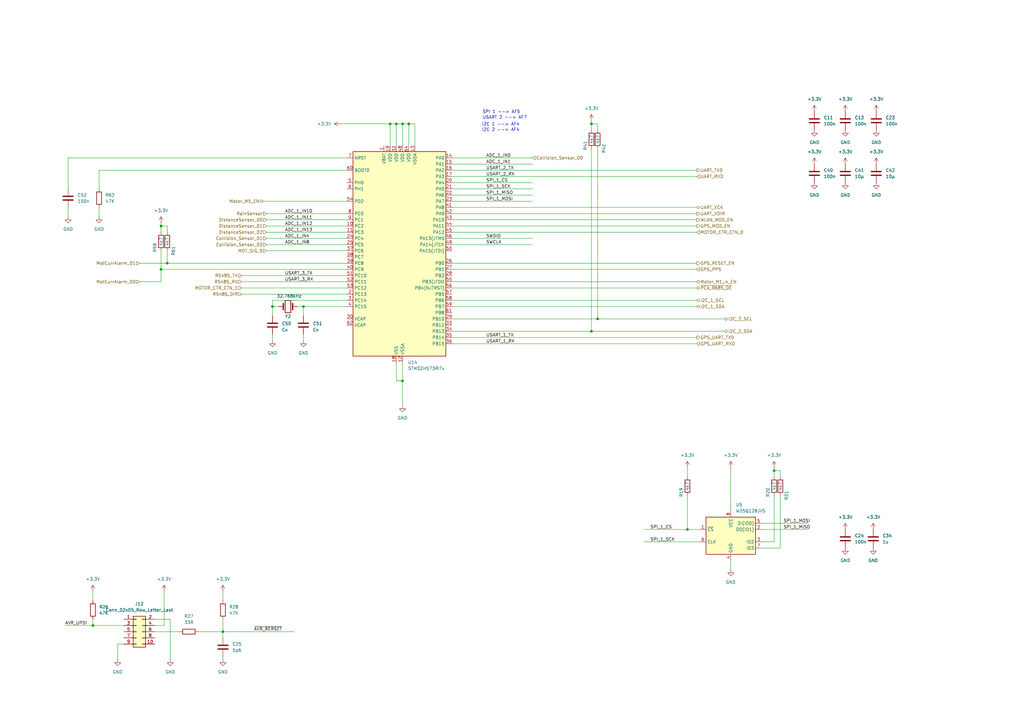
<source format=kicad_sch>
(kicad_sch (version 20231120) (generator "eeschema") (generator_version "8.0")
  (paper "A3")
  (lib_symbols
    (symbol "Connector_Generic:Conn_02x05_Odd_Even" (pin_names (offset 1.016) hide)
      (property "Reference" "J" (at 1.27 7.62 0))
      (property "Value" "Conn_02x05_Odd_Even" (at 1.27 -7.62 0))
      (symbol "Conn_02x05_Odd_Even_1_1"
        (rectangle (start -1.27 -4.953) (end 0 -5.207) (stroke (width 0.1524)))
        (rectangle (start -1.27 -2.413) (end 0 -2.667) (stroke (width 0.1524)))
        (rectangle (start -1.27 0.127) (end 0 -0.127) (stroke (width 0.1524)))
        (rectangle (start -1.27 2.667) (end 0 2.413) (stroke (width 0.1524)))
        (rectangle (start -1.27 5.207) (end 0 4.953) (stroke (width 0.1524)))
        (rectangle (start -1.27 6.35) (end 3.81 -6.35) (stroke (width 0.254)) (fill (type background)))
        (rectangle (start 3.81 -4.953) (end 2.54 -5.207) (stroke (width 0.1524)))
        (rectangle (start 3.81 -2.413) (end 2.54 -2.667) (stroke (width 0.1524)))
        (rectangle (start 3.81 0.127) (end 2.54 -0.127) (stroke (width 0.1524)))
        (rectangle (start 3.81 2.667) (end 2.54 2.413) (stroke (width 0.1524)))
        (rectangle (start 3.81 5.207) (end 2.54 4.953) (stroke (width 0.1524)))
        (pin passive line (at -5.08 5.08 0) (length 3.81) (name "Pin_1") (number "1"))
        (pin passive line (at 7.62 -5.08 180) (length 3.81) (name "Pin_10") (number "10"))
        (pin passive line (at 7.62 5.08 180) (length 3.81) (name "Pin_2") (number "2"))
        (pin passive line (at -5.08 2.54 0) (length 3.81) (name "Pin_3") (number "3"))
        (pin passive line (at 7.62 2.54 180) (length 3.81) (name "Pin_4") (number "4"))
        (pin passive line (at -5.08 0 0) (length 3.81) (name "Pin_5") (number "5"))
        (pin passive line (at 7.62 0 180) (length 3.81) (name "Pin_6") (number "6"))
        (pin passive line (at -5.08 -2.54 0) (length 3.81) (name "Pin_7") (number "7"))
        (pin passive line (at 7.62 -2.54 180) (length 3.81) (name "Pin_8") (number "8"))
        (pin passive line (at -5.08 -5.08 0) (length 3.81) (name "Pin_9") (number "9"))
      )
    )
    (symbol "Device:C" (pin_numbers hide) (pin_names (offset 0.254))
      (property "Reference" "C" (at 0.635 2.54 0))
      (property "Value" "C" (at 0.635 -2.54 0))
      (symbol "C_0_1"
        (polyline (pts (xy -2.032 -0.762) (xy 2.032 -0.762)) (stroke (width 0.508)))
        (polyline (pts (xy -2.032 0.762) (xy 2.032 0.762)) (stroke (width 0.508)))
      )
      (symbol "C_1_1"
        (pin passive line (at 0 3.81 270) (length 2.794) (name "~") (number "1"))
        (pin passive line (at 0 -3.81 90) (length 2.794) (name "~") (number "2"))
      )
    )
    (symbol "Device:Crystal" (pin_numbers hide) (pin_names (offset 1.016) hide)
      (property "Reference" "Y" (at 0 3.81 0))
      (property "Value" "Crystal" (at 0 -3.81 0))
      (symbol "Crystal_0_1"
        (rectangle (start -1.143 2.54) (end 1.143 -2.54) (stroke (width 0.3048)))
        (polyline (pts (xy -2.54 0) (xy -1.905 0)))
        (polyline (pts (xy -1.905 -1.27) (xy -1.905 1.27)) (stroke (width 0.508)))
        (polyline (pts (xy 1.905 -1.27) (xy 1.905 1.27)) (stroke (width 0.508)))
        (polyline (pts (xy 2.54 0) (xy 1.905 0)))
      )
      (symbol "Crystal_1_1"
        (pin passive line (at -3.81 0 0) (length 1.27) (name "1") (number "1"))
        (pin passive line (at 3.81 0 180) (length 1.27) (name "2") (number "2"))
      )
    )
    (symbol "Device:R" (pin_numbers hide) (pin_names (offset 0))
      (property "Reference" "R" (at 2.032 0 90))
      (property "Value" "R" (at 0 0 90))
      (symbol "R_0_1"
        (rectangle (start -1.016 -2.54) (end 1.016 2.54) (stroke (width 0.254)))
      )
      (symbol "R_1_1"
        (pin passive line (at 0 3.81 270) (length 1.27) (name "~") (number "1"))
        (pin passive line (at 0 -3.81 90) (length 1.27) (name "~") (number "2"))
      )
    )
    (symbol "MCU_ST_STM32H5:STM32H573RITx"
      (property "Reference" "U" (at -17.78 44.45 0))
      (property "Value" "STM32H573RITx" (at 10.16 44.45 0))
      (symbol "STM32H573RITx_0_1"
        (rectangle (start -17.78 -40.64) (end 20.32 43.18) (stroke (width 0.254)) (fill (type background)))
      )
      (symbol "STM32H573RITx_1_1"
        (pin power_in line (at -5.08 45.72 270) (length 2.54) (name "VBAT") (number "1"))
        (pin bidirectional line (at -20.32 12.7 0) (length 2.54) (name "PC2") (number "10"))
        (pin bidirectional line (at -20.32 10.16 0) (length 2.54) (name "PC3") (number "11"))
        (pin power_in line (at 2.54 -43.18 90) (length 2.54) (name "VSSA") (number "12"))
        (pin power_in line (at 7.62 45.72 270) (length 2.54) (name "VDDA") (number "13"))
        (pin bidirectional line (at 22.86 40.64 180) (length 2.54) (name "PA0") (number "14"))
        (pin bidirectional line (at 22.86 38.1 180) (length 2.54) (name "PA1") (number "15"))
        (pin bidirectional line (at 22.86 35.56 180) (length 2.54) (name "PA2") (number "16"))
        (pin bidirectional line (at 22.86 33.02 180) (length 2.54) (name "PA3") (number "17"))
        (pin power_in line (at 0 -43.18 90) (length 2.54) (name "VSS") (number "18"))
        (pin power_in line (at -2.54 45.72 270) (length 2.54) (name "VDD") (number "19"))
        (pin bidirectional line (at -20.32 -15.24 0) (length 2.54) (name "PC13") (number "2"))
        (pin bidirectional line (at 22.86 30.48 180) (length 2.54) (name "PA4") (number "20"))
        (pin bidirectional line (at 22.86 27.94 180) (length 2.54) (name "PA5") (number "21"))
        (pin bidirectional line (at 22.86 25.4 180) (length 2.54) (name "PA6") (number "22"))
        (pin bidirectional line (at 22.86 22.86 180) (length 2.54) (name "PA7") (number "23"))
        (pin bidirectional line (at -20.32 7.62 0) (length 2.54) (name "PC4") (number "24"))
        (pin bidirectional line (at -20.32 5.08 0) (length 2.54) (name "PC5") (number "25"))
        (pin bidirectional line (at 22.86 -2.54 180) (length 2.54) (name "PB0") (number "26"))
        (pin bidirectional line (at 22.86 -5.08 180) (length 2.54) (name "PB1") (number "27"))
        (pin bidirectional line (at 22.86 -7.62 180) (length 2.54) (name "PB2") (number "28"))
        (pin bidirectional line (at 22.86 -25.4 180) (length 2.54) (name "PB10") (number "29"))
        (pin bidirectional line (at -20.32 -17.78 0) (length 2.54) (name "PC14") (number "3"))
        (pin power_out line (at -20.32 -25.4 0) (length 2.54) (name "VCAP") (number "30"))
        (pin passive line (at 0 -43.18 90) (length 2.54) hide (name "VSS") (number "31"))
        (pin power_in line (at 0 45.72 270) (length 2.54) (name "VDD") (number "32"))
        (pin bidirectional line (at 22.86 -27.94 180) (length 2.54) (name "PB12") (number "33"))
        (pin bidirectional line (at 22.86 -30.48 180) (length 2.54) (name "PB13") (number "34"))
        (pin bidirectional line (at 22.86 -33.02 180) (length 2.54) (name "PB14") (number "35"))
        (pin bidirectional line (at 22.86 -35.56 180) (length 2.54) (name "PB15") (number "36"))
        (pin bidirectional line (at -20.32 2.54 0) (length 2.54) (name "PC6") (number "37"))
        (pin bidirectional line (at -20.32 0 0) (length 2.54) (name "PC7") (number "38"))
        (pin bidirectional line (at -20.32 -2.54 0) (length 2.54) (name "PC8") (number "39"))
        (pin bidirectional line (at -20.32 -20.32 0) (length 2.54) (name "PC15") (number "4"))
        (pin bidirectional line (at -20.32 -5.08 0) (length 2.54) (name "PC9") (number "40"))
        (pin bidirectional line (at 22.86 20.32 180) (length 2.54) (name "PA8") (number "41"))
        (pin bidirectional line (at 22.86 17.78 180) (length 2.54) (name "PA9") (number "42"))
        (pin bidirectional line (at 22.86 15.24 180) (length 2.54) (name "PA10") (number "43"))
        (pin bidirectional line (at 22.86 12.7 180) (length 2.54) (name "PA11") (number "44"))
        (pin bidirectional line (at 22.86 10.16 180) (length 2.54) (name "PA12") (number "45"))
        (pin bidirectional line (at 22.86 7.62 180) (length 2.54) (name "PA13(JTMS") (number "46"))
        (pin passive line (at 0 -43.18 90) (length 2.54) hide (name "VSS") (number "47"))
        (pin power_in line (at 2.54 45.72 270) (length 2.54) (name "VDD") (number "48"))
        (pin bidirectional line (at 22.86 5.08 180) (length 2.54) (name "PA14(JTCK") (number "49"))
        (pin bidirectional line (at -20.32 30.48 0) (length 2.54) (name "PH0") (number "5"))
        (pin bidirectional line (at 22.86 2.54 180) (length 2.54) (name "PA15(JTDI)") (number "50"))
        (pin bidirectional line (at -20.32 -7.62 0) (length 2.54) (name "PC10") (number "51"))
        (pin bidirectional line (at -20.32 -10.16 0) (length 2.54) (name "PC11") (number "52"))
        (pin bidirectional line (at -20.32 -12.7 0) (length 2.54) (name "PC12") (number "53"))
        (pin bidirectional line (at -20.32 22.86 0) (length 2.54) (name "PD2") (number "54"))
        (pin bidirectional line (at 22.86 -10.16 180) (length 2.54) (name "PB3(JTDO") (number "55"))
        (pin bidirectional line (at 22.86 -12.7 180) (length 2.54) (name "PB4(NJTRST)") (number "56"))
        (pin bidirectional line (at 22.86 -15.24 180) (length 2.54) (name "PB5") (number "57"))
        (pin bidirectional line (at 22.86 -17.78 180) (length 2.54) (name "PB6") (number "58"))
        (pin bidirectional line (at 22.86 -20.32 180) (length 2.54) (name "PB7") (number "59"))
        (pin bidirectional line (at -20.32 27.94 0) (length 2.54) (name "PH1") (number "6"))
        (pin input line (at -20.32 35.56 0) (length 2.54) (name "BOOT0") (number "60"))
        (pin bidirectional line (at 22.86 -22.86 180) (length 2.54) (name "PB8") (number "61"))
        (pin power_out line (at -20.32 -27.94 0) (length 2.54) (name "VCAP") (number "62"))
        (pin passive line (at 0 -43.18 90) (length 2.54) hide (name "VSS") (number "63"))
        (pin power_in line (at 5.08 45.72 270) (length 2.54) (name "VDD") (number "64"))
        (pin input line (at -20.32 40.64 0) (length 2.54) (name "NRST") (number "7"))
        (pin bidirectional line (at -20.32 17.78 0) (length 2.54) (name "PC0") (number "8"))
        (pin bidirectional line (at -20.32 15.24 0) (length 2.54) (name "PC1") (number "9"))
      )
    )
    (symbol "Memory_Flash:W25Q128JVS"
      (property "Reference" "U" (at -8.89 8.89 0))
      (property "Value" "W25Q128JVS" (at 7.62 8.89 0))
      (symbol "W25Q128JVS_0_1"
        (rectangle (start -10.16 7.62) (end 10.16 -7.62) (stroke (width 0.254)) (fill (type background)))
      )
      (symbol "W25Q128JVS_1_1"
        (pin input line (at -12.7 2.54 0) (length 2.54) (name "~{CS}") (number "1"))
        (pin bidirectional line (at 12.7 2.54 180) (length 2.54) (name "DO(IO1)") (number "2"))
        (pin bidirectional line (at 12.7 -2.54 180) (length 2.54) (name "IO2") (number "3"))
        (pin power_in line (at 0 -10.16 90) (length 2.54) (name "GND") (number "4"))
        (pin bidirectional line (at 12.7 5.08 180) (length 2.54) (name "DI(IO0)") (number "5"))
        (pin input line (at -12.7 -2.54 0) (length 2.54) (name "CLK") (number "6"))
        (pin bidirectional line (at 12.7 -5.08 180) (length 2.54) (name "IO3") (number "7"))
        (pin power_in line (at 0 10.16 270) (length 2.54) (name "VCC") (number "8"))
      )
    )
    (symbol "power:+3.3V" (power) (pin_names (offset 0))
      (property "Value" "+3.3V" (at 0 3.556 0))
      (symbol "+3.3V_0_1"
        (polyline (pts (xy -0.762 1.27) (xy 0 2.54)))
        (polyline (pts (xy 0 0) (xy 0 2.54)))
        (polyline (pts (xy 0 2.54) (xy 0.762 1.27)))
      )
      (symbol "+3.3V_1_1"
        (pin power_in line (at 0 0 90) (length 0) hide (name "+3.3V") (number "1"))
      )
    )
    (symbol "power:GND" (power) (pin_names (offset 0))
      (property "Value" "GND" (at 0 -3.81 0))
      (symbol "GND_0_1"
        (polyline (pts (xy 0 0) (xy 0 -1.27) (xy 1.27 -1.27) (xy 0 -2.54) (xy -1.27 -1.27) (xy 0 -1.27)))
      )
      (symbol "GND_1_1"
        (pin power_in line (at 0 0 270) (length 0) hide (name "GND") (number "1"))
      )
    )
  )
  (junction (at 242.57 135.89))
  (junction (at 111.76 125.73))
  (junction (at 242.57 50.8))
  (junction (at 91.44 259.08))
  (junction (at 38.1 256.54))
  (junction (at 167.64 50.8))
  (junction (at 66.04 92.71))
  (junction (at 165.1 156.21))
  (junction (at 68.58 107.95))
  (junction (at 162.56 50.8))
  (junction (at 66.04 110.49))
  (junction (at 124.46 125.73))
  (junction (at 165.1 50.8))
  (junction (at 281.94 217.17))
  (junction (at 317.5 193.04))
  (junction (at 245.11 130.81))
  (junction (at 160.02 50.8))
  (wire (pts (xy 81.28 259.08) (xy 91.44 259.08)))
  (wire (pts (xy 111.76 123.19) (xy 142.24 123.19)))
  (wire (pts (xy 165.1 50.8) (xy 165.1 59.69)))
  (wire (pts (xy 27.94 88.9) (xy 27.94 85.09)))
  (wire (pts (xy 66.04 110.49) (xy 142.24 110.49)))
  (wire (pts (xy 242.57 49.53) (xy 242.57 50.8)))
  (wire (pts (xy 317.5 222.25) (xy 317.5 203.2)))
  (wire (pts (xy 264.16 222.25) (xy 287.02 222.25)))
  (wire (pts (xy 281.94 203.2) (xy 281.94 217.17)))
  (wire (pts (xy 160.02 50.8) (xy 162.56 50.8)))
  (wire (pts (xy 185.42 110.49) (xy 285.75 110.49)))
  (wire (pts (xy 109.22 92.71) (xy 142.24 92.71)))
  (wire (pts (xy 245.11 50.8) (xy 242.57 50.8)))
  (wire (pts (xy 185.42 74.93) (xy 218.44 74.93)))
  (wire (pts (xy 107.95 82.55) (xy 142.24 82.55)))
  (wire (pts (xy 245.11 130.81) (xy 297.18 130.81)))
  (wire (pts (xy 162.56 148.59) (xy 162.56 156.21)))
  (wire (pts (xy 27.94 64.77) (xy 27.94 77.47)))
  (wire (pts (xy 99.06 118.11) (xy 142.24 118.11)))
  (wire (pts (xy 38.1 242.57) (xy 38.1 246.38)))
  (wire (pts (xy 68.58 95.25) (xy 68.58 92.71)))
  (wire (pts (xy 109.22 102.87) (xy 142.24 102.87)))
  (wire (pts (xy 124.46 125.73) (xy 124.46 129.54)))
  (wire (pts (xy 111.76 125.73) (xy 111.76 129.54)))
  (wire (pts (xy 185.42 140.97) (xy 285.75 140.97)))
  (wire (pts (xy 109.22 100.33) (xy 142.24 100.33)))
  (wire (pts (xy 312.42 214.63) (xy 331.47 214.63)))
  (wire (pts (xy 68.58 102.87) (xy 68.58 107.95)))
  (wire (pts (xy 185.42 118.11) (xy 285.75 118.11)))
  (wire (pts (xy 312.42 222.25) (xy 317.5 222.25)))
  (wire (pts (xy 185.42 135.89) (xy 242.57 135.89)))
  (wire (pts (xy 242.57 60.96) (xy 242.57 135.89)))
  (wire (pts (xy 38.1 254) (xy 38.1 256.54)))
  (wire (pts (xy 185.42 130.81) (xy 245.11 130.81)))
  (wire (pts (xy 185.42 123.19) (xy 285.75 123.19)))
  (wire (pts (xy 160.02 50.8) (xy 160.02 59.69)))
  (wire (pts (xy 165.1 156.21) (xy 162.56 156.21)))
  (wire (pts (xy 67.31 242.57) (xy 67.31 256.54)))
  (wire (pts (xy 165.1 50.8) (xy 167.64 50.8)))
  (wire (pts (xy 299.72 233.68) (xy 299.72 229.87)))
  (wire (pts (xy 317.5 193.04) (xy 317.5 195.58)))
  (wire (pts (xy 185.42 67.31) (xy 218.44 67.31)))
  (wire (pts (xy 40.64 69.85) (xy 40.64 77.47)))
  (wire (pts (xy 124.46 139.7) (xy 124.46 137.16)))
  (wire (pts (xy 111.76 139.7) (xy 111.76 137.16)))
  (wire (pts (xy 312.42 217.17) (xy 331.47 217.17)))
  (wire (pts (xy 91.44 270.51) (xy 91.44 269.24)))
  (wire (pts (xy 91.44 242.57) (xy 91.44 246.38)))
  (wire (pts (xy 320.04 224.79) (xy 320.04 203.2)))
  (wire (pts (xy 68.58 107.95) (xy 57.15 107.95)))
  (wire (pts (xy 185.42 87.63) (xy 285.75 87.63)))
  (wire (pts (xy 124.46 125.73) (xy 121.92 125.73)))
  (wire (pts (xy 185.42 85.09) (xy 285.75 85.09)))
  (wire (pts (xy 185.42 97.79) (xy 218.44 97.79)))
  (wire (pts (xy 185.42 82.55) (xy 218.44 82.55)))
  (wire (pts (xy 38.1 256.54) (xy 50.8 256.54)))
  (wire (pts (xy 165.1 148.59) (xy 165.1 156.21)))
  (wire (pts (xy 281.94 191.77) (xy 281.94 195.58)))
  (wire (pts (xy 57.15 115.57) (xy 66.04 115.57)))
  (wire (pts (xy 245.11 53.34) (xy 245.11 50.8)))
  (wire (pts (xy 26.67 256.54) (xy 38.1 256.54)))
  (wire (pts (xy 320.04 195.58) (xy 320.04 193.04)))
  (wire (pts (xy 66.04 91.44) (xy 66.04 92.71)))
  (wire (pts (xy 242.57 50.8) (xy 242.57 53.34)))
  (wire (pts (xy 185.42 77.47) (xy 218.44 77.47)))
  (wire (pts (xy 185.42 64.77) (xy 218.44 64.77)))
  (wire (pts (xy 185.42 125.73) (xy 285.75 125.73)))
  (wire (pts (xy 48.26 264.16) (xy 48.26 270.51)))
  (wire (pts (xy 167.64 50.8) (xy 170.18 50.8)))
  (wire (pts (xy 109.22 97.79) (xy 142.24 97.79)))
  (wire (pts (xy 299.72 191.77) (xy 299.72 209.55)))
  (wire (pts (xy 185.42 72.39) (xy 285.75 72.39)))
  (wire (pts (xy 312.42 224.79) (xy 320.04 224.79)))
  (wire (pts (xy 68.58 107.95) (xy 142.24 107.95)))
  (wire (pts (xy 66.04 102.87) (xy 66.04 110.49)))
  (wire (pts (xy 170.18 59.69) (xy 170.18 50.8)))
  (wire (pts (xy 264.16 217.17) (xy 281.94 217.17)))
  (wire (pts (xy 185.42 95.25) (xy 285.75 95.25)))
  (wire (pts (xy 66.04 92.71) (xy 66.04 95.25)))
  (wire (pts (xy 91.44 259.08) (xy 91.44 261.62)))
  (wire (pts (xy 185.42 100.33) (xy 218.44 100.33)))
  (wire (pts (xy 142.24 64.77) (xy 27.94 64.77)))
  (wire (pts (xy 185.42 107.95) (xy 285.75 107.95)))
  (wire (pts (xy 142.24 69.85) (xy 40.64 69.85)))
  (wire (pts (xy 245.11 60.96) (xy 245.11 130.81)))
  (wire (pts (xy 99.06 120.65) (xy 142.24 120.65)))
  (wire (pts (xy 91.44 254) (xy 91.44 259.08)))
  (wire (pts (xy 99.06 113.03) (xy 142.24 113.03)))
  (wire (pts (xy 185.42 138.43) (xy 285.75 138.43)))
  (wire (pts (xy 139.7 50.8) (xy 160.02 50.8)))
  (wire (pts (xy 162.56 50.8) (xy 162.56 59.69)))
  (wire (pts (xy 50.8 264.16) (xy 48.26 264.16)))
  (wire (pts (xy 109.22 90.17) (xy 142.24 90.17)))
  (wire (pts (xy 63.5 256.54) (xy 67.31 256.54)))
  (wire (pts (xy 63.5 259.08) (xy 73.66 259.08)))
  (wire (pts (xy 185.42 115.57) (xy 285.75 115.57)))
  (wire (pts (xy 162.56 50.8) (xy 165.1 50.8)))
  (wire (pts (xy 242.57 135.89) (xy 297.18 135.89)))
  (wire (pts (xy 63.5 254) (xy 69.85 254)))
  (wire (pts (xy 114.3 125.73) (xy 111.76 125.73)))
  (wire (pts (xy 69.85 254) (xy 69.85 270.51)))
  (wire (pts (xy 99.06 115.57) (xy 142.24 115.57)))
  (wire (pts (xy 109.22 87.63) (xy 142.24 87.63)))
  (wire (pts (xy 185.42 92.71) (xy 285.75 92.71)))
  (wire (pts (xy 281.94 217.17) (xy 287.02 217.17)))
  (wire (pts (xy 320.04 193.04) (xy 317.5 193.04)))
  (wire (pts (xy 317.5 191.77) (xy 317.5 193.04)))
  (wire (pts (xy 91.44 259.08) (xy 120.65 259.08)))
  (wire (pts (xy 165.1 156.21) (xy 165.1 166.37)))
  (wire (pts (xy 109.22 95.25) (xy 142.24 95.25)))
  (wire (pts (xy 167.64 50.8) (xy 167.64 59.69)))
  (wire (pts (xy 66.04 110.49) (xy 66.04 115.57)))
  (wire (pts (xy 40.64 88.9) (xy 40.64 85.09)))
  (wire (pts (xy 68.58 92.71) (xy 66.04 92.71)))
  (wire (pts (xy 111.76 125.73) (xy 111.76 123.19)))
  (wire (pts (xy 185.42 90.17) (xy 285.75 90.17)))
  (wire (pts (xy 142.24 125.73) (xy 124.46 125.73)))
  (wire (pts (xy 185.42 80.01) (xy 218.44 80.01)))
  (wire (pts (xy 185.42 69.85) (xy 285.75 69.85)))
  (text "USART 2 --> AF7" (at 197.866 49.022 0) (effects (font (size 1.27 1.27)) (justify left bottom)))
  (text "I2C 2 --> AF4" (at 197.612 54.102 0) (effects (font (size 1.27 1.27)) (justify left bottom)))
  (text "SPI 1 --> AF5" (at 197.866 46.736 0) (effects (font (size 1.27 1.27)) (justify left bottom)))
  (text "I2C 1 --> AF4" (at 197.612 51.816 0) (effects (font (size 1.27 1.27)) (justify left bottom)))
  (label "USART_3_TX" (at 116.84 113.03 0))
  (label "SPI_1_MOSI" (at 321.31 214.63 0))
  (label "ADC_1_IN12" (at 116.84 92.71 0))
  (label "SPI_1_CS" (at 266.7 217.17 0))
  (label "ADC_1_IN13" (at 116.84 95.25 0))
  (label "SPI_1_SCK" (at 266.7 222.25 0))
  (label "ADC_1_IN8" (at 116.84 100.33 0))
  (label "USART_3_RX" (at 116.84 115.57 0))
  (label "SWCLK" (at 199.39 100.33 0))
  (label "SPI_1_MISO" (at 321.31 217.17 0))
  (label "USART_1_RX" (at 199.39 140.97 0))
  (label "ADC_1_IN11" (at 116.84 90.17 0))
  (label "USART_2_RX" (at 199.39 72.39 0))
  (label "AVR_UPDI" (at 26.67 256.54 0))
  (label "ADC_1_IN0" (at 199.39 64.77 0))
  (label "ADC_1_IN10" (at 116.84 87.63 0))
  (label "SPI_1_CS" (at 199.39 74.93 0))
  (label "SPI_1_SCK" (at 199.39 77.47 0))
  (label "USART_1_TX" (at 199.39 138.43 0))
  (label "~{AVR_RERSET}" (at 104.14 259.08 0))
  (label "SPI_1_MISO" (at 199.39 80.01 0))
  (label "SPI_1_MOSI" (at 199.39 82.55 0))
  (label "USART_2_TX" (at 199.39 69.85 0))
  (label "ADC_1_IN4" (at 116.84 97.79 0))
  (label "ADC_1_IN1" (at 199.39 67.31 0))
  (label "SWDIO" (at 199.39 97.79 0))
  (hierarchical_label "DistanceSensor_02" (shape input) (at 109.22 95.25 180))
  (hierarchical_label "I2C_2_SDA" (shape bidirectional) (at 297.18 135.89 0))
  (hierarchical_label "MOT_SIG_5" (shape input) (at 109.22 102.87 180))
  (hierarchical_label "MOTOR_CTR_CTN_1" (shape input) (at 99.06 118.11 180))
  (hierarchical_label "DistanceSensor_01" (shape input) (at 109.22 92.71 180))
  (hierarchical_label "UART_TXD" (shape output) (at 285.75 69.85 0))
  (hierarchical_label "I2C_1_SDA" (shape bidirectional) (at 285.75 125.73 0))
  (hierarchical_label "RainSensor" (shape input) (at 109.22 87.63 180))
  (hierarchical_label "GPS_PPS" (shape input) (at 285.75 110.49 0))
  (hierarchical_label "I2C_2_SCL" (shape bidirectional) (at 297.18 130.81 0))
  (hierarchical_label "~{PCA_9685_OE}" (shape bidirectional) (at 285.75 118.11 0))
  (hierarchical_label "Collision_Sensor_01" (shape input) (at 109.22 97.79 180))
  (hierarchical_label "Collision_Sensor_02" (shape input) (at 109.22 100.33 180))
  (hierarchical_label "MotCurrAlarm_01" (shape input) (at 57.15 107.95 180))
  (hierarchical_label "Collision_Sensor_00" (shape input) (at 218.44 64.77 0))
  (hierarchical_label "GPS_RESET_EN" (shape output) (at 285.75 107.95 0))
  (hierarchical_label "UART_RXD" (shape input) (at 285.75 72.39 0))
  (hierarchical_label "GPS_UART_TXD" (shape output) (at 285.75 138.43 0))
  (hierarchical_label "Motor_M1..4_EN" (shape bidirectional) (at 285.75 115.57 0))
  (hierarchical_label "RS485_RX" (shape input) (at 99.06 115.57 180))
  (hierarchical_label "RS485_TX" (shape input) (at 99.06 113.03 180))
  (hierarchical_label "GPS_MOD_EN" (shape output) (at 285.75 92.71 0))
  (hierarchical_label "DistanceSensor_00" (shape input) (at 109.22 90.17 180))
  (hierarchical_label "MotCurrAlarm_00" (shape input) (at 57.15 115.57 180))
  (hierarchical_label "UART_XCK" (shape bidirectional) (at 285.75 85.09 0))
  (hierarchical_label "WLAN_MOD_EN" (shape output) (at 285.75 90.17 0))
  (hierarchical_label "GPS_UART_RXD" (shape input) (at 285.75 140.97 0))
  (hierarchical_label "RS485_DIR" (shape input) (at 99.06 120.65 180))
  (hierarchical_label "UART_XDIR" (shape output) (at 285.75 87.63 0))
  (hierarchical_label "I2C_1_SCL" (shape bidirectional) (at 285.75 123.19 0))
  (hierarchical_label "MOTOR_CTR_CTN_0" (shape input) (at 285.75 95.25 0))
  (hierarchical_label "Motor_M5_EN" (shape bidirectional) (at 107.95 82.55 180))
  (symbol (lib_id "power:GND") (at 27.94 88.9 0) (unit 1)
    (property "Reference" "#PWR0196" (effects (hide yes)))
    (property "Value" "GND" (at 27.94 93.98 0))
  )
  (symbol (lib_id "power:+3.3V") (at 334.01 45.72 0) (unit 1)
    (property "Reference" "#PWR0149" (effects (hide yes)))
    (property "Value" "+3.3V" (at 334.01 40.64 0))
  )
  (symbol (lib_id "power:+3.3V") (at 317.5 191.77 0) (unit 1)
    (property "Reference" "#PWR0154" (effects (hide yes)))
    (property "Value" "+3.3V" (at 317.5 186.69 0))
  )
  (symbol (lib_id "Device:C") (at 359.41 71.12 0) (unit 1)
    (property "Reference" "C42" (at 363.22 69.8499 0) (effects (justify left)))
    (property "Value" "10µ" (at 363.22 72.3899 0) (effects (justify left)))
    (property "Footprint" "Capacitor_SMD:C_0603_1608Metric" (effects (hide yes)))
  )
  (symbol (lib_id "Device:R") (at 245.11 57.15 180) (unit 1)
    (property "Reference" "R42" (at 247.65 60.96 90))
    (property "Value" "4k7" (at 245.11 57.15 90))
    (property "Footprint" "Resistor_SMD:R_0603_1608Metric" (effects (hide yes)))
  )
  (symbol (lib_id "power:+3.3V") (at 299.72 191.77 0) (unit 1)
    (property "Reference" "#PWR0155" (effects (hide yes)))
    (property "Value" "+3.3V" (at 299.72 186.69 0))
  )
  (symbol (lib_id "Device:R") (at 66.04 99.06 180) (unit 1)
    (property "Reference" "R59" (at 63.5 101.6 90))
    (property "Value" "4k7" (at 66.04 99.06 90))
    (property "Footprint" "Resistor_SMD:R_0603_1608Metric" (effects (hide yes)))
  )
  (symbol (lib_id "Device:C") (at 359.41 49.53 0) (unit 1)
    (property "Reference" "C23" (at 363.22 48.2599 0) (effects (justify left)))
    (property "Value" "100n" (at 363.22 50.7999 0) (effects (justify left)))
    (property "Footprint" "Capacitor_SMD:C_0603_1608Metric" (effects (hide yes)))
  )
  (symbol (lib_id "power:GND") (at 346.71 224.79 0) (unit 1)
    (property "Reference" "#PWR0158" (effects (hide yes)))
    (property "Value" "GND" (at 346.71 229.87 0))
  )
  (symbol (lib_id "power:GND") (at 359.41 74.93 0) (unit 1)
    (property "Reference" "#PWR065" (effects (hide yes)))
    (property "Value" "GND" (at 359.41 80.01 0))
  )
  (symbol (lib_id "power:GND") (at 299.72 233.68 0) (unit 1)
    (property "Reference" "#PWR0157" (effects (hide yes)))
    (property "Value" "GND" (at 299.72 238.76 0))
  )
  (symbol (lib_id "power:GND") (at 334.01 53.34 0) (unit 1)
    (property "Reference" "#PWR0151" (effects (hide yes)))
    (property "Value" "GND" (at 334.01 58.42 0))
  )
  (symbol (lib_id "Device:C") (at 346.71 71.12 0) (unit 1)
    (property "Reference" "C41" (at 350.52 69.8499 0) (effects (justify left)))
    (property "Value" "10µ" (at 350.52 72.3899 0) (effects (justify left)))
    (property "Footprint" "Capacitor_SMD:C_0603_1608Metric" (effects (hide yes)))
  )
  (symbol (lib_id "power:+3.3V") (at 346.71 67.31 0) (unit 1)
    (property "Reference" "#PWR049" (effects (hide yes)))
    (property "Value" "+3.3V" (at 346.71 62.23 0))
  )
  (symbol (lib_id "power:+3.3V") (at 281.94 191.77 0) (unit 1)
    (property "Reference" "#PWR0156" (effects (hide yes)))
    (property "Value" "+3.3V" (at 281.94 186.69 0))
  )
  (symbol (lib_id "power:GND") (at 111.76 139.7 0) (unit 1)
    (property "Reference" "#PWR0195" (effects (hide yes)))
    (property "Value" "GND" (at 111.76 144.78 0))
  )
  (symbol (lib_id "Device:C") (at 334.01 49.53 0) (unit 1)
    (property "Reference" "C11" (at 337.82 48.2599 0) (effects (justify left)))
    (property "Value" "100n" (at 337.82 50.7999 0) (effects (justify left)))
    (property "Footprint" "Capacitor_SMD:C_0603_1608Metric" (effects (hide yes)))
  )
  (symbol (lib_id "Device:R") (at 242.57 57.15 180) (unit 1)
    (property "Reference" "R41" (at 240.03 59.69 90))
    (property "Value" "4k7" (at 242.57 57.15 90))
    (property "Footprint" "Resistor_SMD:R_0603_1608Metric" (effects (hide yes)))
  )
  (symbol (lib_id "power:+3.3V") (at 66.04 91.44 0) (unit 1)
    (property "Reference" "#PWR01" (effects (hide yes)))
    (property "Value" "+3.3V" (at 66.04 86.36 0))
  )
  (symbol (lib_id "power:GND") (at 48.26 270.51 0) (unit 1)
    (property "Reference" "#PWR042" (effects (hide yes)))
    (property "Value" "GND" (at 48.26 275.59 0))
  )
  (symbol (lib_id "power:+3.3V") (at 359.41 67.31 0) (unit 1)
    (property "Reference" "#PWR052" (effects (hide yes)))
    (property "Value" "+3.3V" (at 359.41 62.23 0))
  )
  (symbol (lib_id "power:GND") (at 91.44 270.51 0) (unit 1)
    (property "Reference" "#PWR046" (effects (hide yes)))
    (property "Value" "GND" (at 91.44 275.59 0))
  )
  (symbol (lib_id "power:GND") (at 334.01 74.93 0) (unit 1)
    (property "Reference" "#PWR040" (effects (hide yes)))
    (property "Value" "GND" (at 334.01 80.01 0))
  )
  (symbol (lib_id "Device:R") (at 281.94 199.39 180) (unit 1)
    (property "Reference" "R19" (at 279.4 201.93 90))
    (property "Value" "4k7" (at 281.94 199.39 90))
    (property "Footprint" "Resistor_SMD:R_0603_1608Metric" (effects (hide yes)))
  )
  (symbol (lib_id "power:GND") (at 358.14 224.79 0) (unit 1)
    (property "Reference" "#PWR0160" (effects (hide yes)))
    (property "Value" "GND" (at 358.14 229.87 0))
  )
  (symbol (lib_id "power:+3.3V") (at 346.71 45.72 0) (unit 1)
    (property "Reference" "#PWR0150" (effects (hide yes)))
    (property "Value" "+3.3V" (at 346.71 40.64 0))
  )
  (symbol (lib_id "Device:R") (at 38.1 250.19 0) (unit 1)
    (property "Reference" "R26" (at 40.64 248.9199 0) (effects (justify left)))
    (property "Value" "47K" (at 40.64 251.4599 0) (effects (justify left)))
    (property "Footprint" "Resistor_SMD:R_0603_1608Metric" (effects (hide yes)))
  )
  (symbol (lib_id "Device:C") (at 124.46 133.35 0) (unit 1)
    (property "Reference" "C51" (at 128.27 132.715 0) (effects (justify left)))
    (property "Value" "Cx" (at 128.27 135.255 0) (effects (justify left)))
    (property "Footprint" "Capacitor_SMD:C_0603_1608Metric" (effects (hide yes)))
  )
  (symbol (lib_id "Device:R") (at 68.58 99.06 180) (unit 1)
    (property "Reference" "R61" (at 71.12 102.87 90))
    (property "Value" "4k7" (at 68.58 99.06 90))
    (property "Footprint" "Resistor_SMD:R_0603_1608Metric" (effects (hide yes)))
  )
  (symbol (lib_id "Device:R") (at 320.04 199.39 180) (unit 1)
    (property "Reference" "R21" (at 322.58 203.2 90))
    (property "Value" "4k7" (at 320.04 199.39 90))
    (property "Footprint" "Resistor_SMD:R_0603_1608Metric" (effects (hide yes)))
  )
  (symbol (lib_id "power:GND") (at 346.71 53.34 0) (unit 1)
    (property "Reference" "#PWR0152" (effects (hide yes)))
    (property "Value" "GND" (at 346.71 58.42 0))
  )
  (symbol (lib_id "Device:R") (at 91.44 250.19 0) (unit 1)
    (property "Reference" "R28" (at 93.98 248.9199 0) (effects (justify left)))
    (property "Value" "47K" (at 93.98 251.4599 0) (effects (justify left)))
    (property "Footprint" "Resistor_SMD:R_0603_1608Metric" (effects (hide yes)))
  )
  (symbol (lib_id "power:GND") (at 124.46 139.7 0) (unit 1)
    (property "Reference" "#PWR0193" (effects (hide yes)))
    (property "Value" "GND" (at 124.46 144.78 0))
  )
  (symbol (lib_id "Device:C") (at 358.14 220.98 0) (unit 1)
    (property "Reference" "C34" (at 361.95 219.7099 0) (effects (justify left)))
    (property "Value" "1u" (at 361.95 222.2499 0) (effects (justify left)))
    (property "Footprint" "Capacitor_SMD:C_0603_1608Metric" (effects (hide yes)))
  )
  (symbol (lib_id "power:+3.3V") (at 346.71 217.17 0) (unit 1)
    (property "Reference" "#PWR0161" (effects (hide yes)))
    (property "Value" "+3.3V" (at 346.71 212.09 0))
  )
  (symbol (lib_id "Device:C") (at 346.71 220.98 0) (unit 1)
    (property "Reference" "C24" (at 350.52 219.7099 0) (effects (justify left)))
    (property "Value" "100n" (at 350.52 222.2499 0) (effects (justify left)))
    (property "Footprint" "Capacitor_SMD:C_0603_1608Metric" (effects (hide yes)))
  )
  (symbol (lib_id "power:+3.3V") (at 359.41 45.72 0) (unit 1)
    (property "Reference" "#PWR0148" (effects (hide yes)))
    (property "Value" "+3.3V" (at 359.41 40.64 0))
  )
  (symbol (lib_id "power:+3.3V") (at 38.1 242.57 0) (unit 1)
    (property "Reference" "#PWR041" (effects (hide yes)))
    (property "Value" "+3.3V" (at 38.1 237.49 0))
  )
  (symbol (lib_id "power:GND") (at 165.1 166.37 0) (unit 1)
    (property "Reference" "#PWR0194" (effects (hide yes)))
    (property "Value" "GND" (at 165.1 171.45 0))
  )
  (symbol (lib_id "Device:Crystal") (at 118.11 125.73 0) (unit 1)
    (property "Reference" "Y2" (at 118.11 129.794 0))
    (property "Value" "32.768kHz" (at 118.618 121.412 0))
    (property "Footprint" "Crystal:Crystal_SMD_3215-2Pin_3.2x1.5mm" (effects (hide yes)))
  )
  (symbol (lib_id "power:+3.3V") (at 67.31 242.57 0) (unit 1)
    (property "Reference" "#PWR043" (effects (hide yes)))
    (property "Value" "+3.3V" (at 67.31 237.49 0))
  )
  (symbol (lib_id "Connector_Generic:Conn_02x05_Odd_Even") (at 55.88 259.08 0) (unit 1)
    (property "Reference" "J12" (at 57.15 247.65 0))
    (property "Value" "Conn_02x05_Row_Letter_Last" (at 57.15 250.19 0))
    (property "Footprint" "Connector_PinHeader_1.27mm:PinHeader_2x05_P1.27mm_Vertical_SMD" (effects (hide yes)))
  )
  (symbol (lib_id "Device:R") (at 40.64 81.28 0) (unit 1)
    (property "Reference" "R62" (at 43.18 80.0099 0) (effects (justify left)))
    (property "Value" "47K" (at 43.18 82.5499 0) (effects (justify left)))
    (property "Footprint" "Resistor_SMD:R_0603_1608Metric" (effects (hide yes)))
  )
  (symbol (lib_id "power:GND") (at 359.41 53.34 0) (unit 1)
    (property "Reference" "#PWR0153" (effects (hide yes)))
    (property "Value" "GND" (at 359.41 58.42 0))
  )
  (symbol (lib_id "MCU_ST_STM32H5:STM32H573RITx") (at 162.56 105.41 0) (unit 1)
    (property "Reference" "U14" (at 167.2941 148.59 0) (effects (justify left)))
    (property "Value" "STM32H573RITx" (at 167.2941 151.13 0) (effects (justify left)))
    (property "Footprint" "Package_QFP:LQFP-64_10x10mm_P0.5mm" (effects (hide yes)))
    (property "Datasheet" "https://www.st.com/resource/en/datasheet/stm32h573ri.pdf" (effects (hide yes)))
    (property "Description" "STMicroelectronics Arm Cortex-M33 MCU, 2048KB flash, 640KB RAM, 250 MHz, 1.62-3.6V, 49 GPIO, LQFP64" (effects (hide yes)))
  )
  (symbol (lib_id "Device:R") (at 317.5 199.39 180) (unit 1)
    (property "Reference" "R20" (at 314.96 201.93 90))
    (property "Value" "4k7" (at 317.5 199.39 90))
    (property "Footprint" "Resistor_SMD:R_0603_1608Metric" (effects (hide yes)))
  )
  (symbol (lib_id "power:+3.3V") (at 334.01 67.31 0) (unit 1)
    (property "Reference" "#PWR038" (effects (hide yes)))
    (property "Value" "+3.3V" (at 334.01 62.23 0))
  )
  (symbol (lib_id "Memory_Flash:W25Q128JVS") (at 299.72 219.71 0) (unit 1)
    (property "Reference" "U5" (at 301.7394 207.01 0) (effects (justify left)))
    (property "Value" "W25Q128JVS" (at 301.7394 209.55 0) (effects (justify left)))
    (property "Footprint" "Package_SO:SOIC-8_5.23x5.23mm_P1.27mm" (effects (hide yes)))
    (property "Datasheet" "http://www.winbond.com/resource-files/w25q128jv_dtr%20revc%2003272018%20plus.pdf" (effects (hide yes)))
  )
  (symbol (lib_id "power:GND") (at 69.85 270.51 0) (unit 1)
    (property "Reference" "#PWR044" (effects (hide yes)))
    (property "Value" "GND" (at 69.85 275.59 0))
  )
  (symbol (lib_id "power:+3.3V") (at 358.14 217.17 0) (unit 1)
    (property "Reference" "#PWR0159" (effects (hide yes)))
    (property "Value" "+3.3V" (at 358.14 212.09 0))
  )
  (symbol (lib_id "power:+3.3V") (at 91.44 242.57 0) (unit 1)
    (property "Reference" "#PWR045" (effects (hide yes)))
    (property "Value" "+3.3V" (at 91.44 237.49 0))
  )
  (symbol (lib_id "power:+3.3V") (at 242.57 49.53 0) (unit 1)
    (property "Reference" "#PWR070" (effects (hide yes)))
    (property "Value" "+3.3V" (at 242.57 44.45 0))
  )
  (symbol (lib_id "Device:C") (at 346.71 49.53 0) (unit 1)
    (property "Reference" "C13" (at 350.52 48.2599 0) (effects (justify left)))
    (property "Value" "100n" (at 350.52 50.7999 0) (effects (justify left)))
    (property "Footprint" "Capacitor_SMD:C_0603_1608Metric" (effects (hide yes)))
  )
  (symbol (lib_id "Device:C") (at 111.76 133.35 0) (unit 1)
    (property "Reference" "C50" (at 115.57 132.715 0) (effects (justify left)))
    (property "Value" "Cx" (at 115.57 135.255 0) (effects (justify left)))
    (property "Footprint" "Capacitor_SMD:C_0603_1608Metric" (effects (hide yes)))
  )
  (symbol (lib_id "Device:C") (at 334.01 71.12 0) (unit 1)
    (property "Reference" "C40" (at 337.82 69.8499 0) (effects (justify left)))
    (property "Value" "100n" (at 337.82 72.3899 0) (effects (justify left)))
    (property "Footprint" "Capacitor_SMD:C_0603_1608Metric" (effects (hide yes)))
  )
  (symbol (lib_id "power:GND") (at 346.71 74.93 0) (unit 1)
    (property "Reference" "#PWR050" (effects (hide yes)))
    (property "Value" "GND" (at 346.71 80.01 0))
  )
  (symbol (lib_id "power:GND") (at 40.64 88.9 0) (unit 1)
    (property "Reference" "#PWR0197" (effects (hide yes)))
    (property "Value" "GND" (at 40.64 93.98 0))
  )
  (symbol (lib_id "power:+3.3V") (at 139.7 50.8 90) (unit 1)
    (property "Reference" "#PWR037" (effects (hide yes)))
    (property "Value" "+3.3V" (at 135.89 50.7999 90) (effects (justify left)))
  )
  (symbol (lib_id "Device:C") (at 91.44 265.43 0) (unit 1)
    (property "Reference" "C25" (at 95.25 264.1599 0) (effects (justify left)))
    (property "Value" "5p6" (at 95.25 266.6999 0) (effects (justify left)))
    (property "Footprint" "Capacitor_SMD:C_0603_1608Metric" (effects (hide yes)))
  )
  (symbol (lib_id "Device:C") (at 27.94 81.28 0) (unit 1)
    (property "Reference" "C52" (at 31.75 80.0099 0) (effects (justify left)))
    (property "Value" "100n" (at 31.75 82.5499 0) (effects (justify left)))
    (property "Footprint" "Capacitor_SMD:C_0603_1608Metric" (effects (hide yes)))
  )
  (symbol (lib_id "Device:R") (at 77.47 259.08 90) (unit 1)
    (property "Reference" "R27" (at 77.47 252.73 90))
    (property "Value" "33R" (at 77.47 255.27 90))
    (property "Footprint" "Resistor_SMD:R_0603_1608Metric" (effects (hide yes)))
  )
)
</source>
